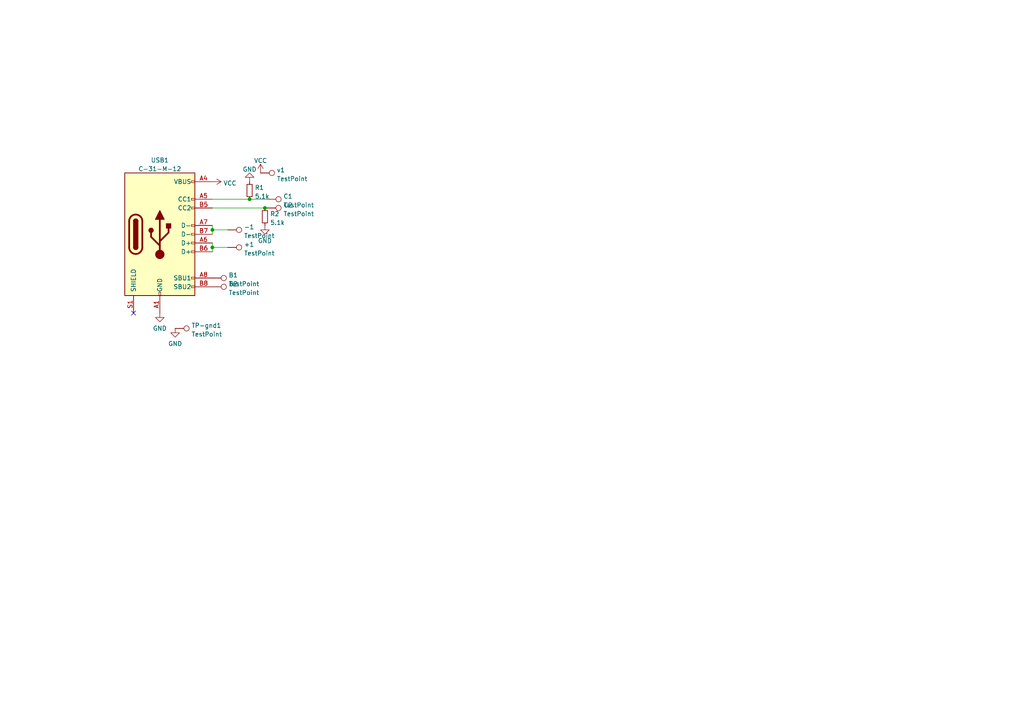
<source format=kicad_sch>
(kicad_sch (version 20211123) (generator eeschema)

  (uuid e63e39d7-6ac0-4ffd-8aa3-1841a4541b55)

  (paper "A4")

  (lib_symbols
    (symbol "Connector:TestPoint" (pin_numbers hide) (pin_names (offset 0.762) hide) (in_bom yes) (on_board yes)
      (property "Reference" "TP" (id 0) (at 0 6.858 0)
        (effects (font (size 1.27 1.27)))
      )
      (property "Value" "TestPoint" (id 1) (at 0 5.08 0)
        (effects (font (size 1.27 1.27)))
      )
      (property "Footprint" "" (id 2) (at 5.08 0 0)
        (effects (font (size 1.27 1.27)) hide)
      )
      (property "Datasheet" "~" (id 3) (at 5.08 0 0)
        (effects (font (size 1.27 1.27)) hide)
      )
      (property "ki_keywords" "test point tp" (id 4) (at 0 0 0)
        (effects (font (size 1.27 1.27)) hide)
      )
      (property "ki_description" "test point" (id 5) (at 0 0 0)
        (effects (font (size 1.27 1.27)) hide)
      )
      (property "ki_fp_filters" "Pin* Test*" (id 6) (at 0 0 0)
        (effects (font (size 1.27 1.27)) hide)
      )
      (symbol "TestPoint_0_1"
        (circle (center 0 3.302) (radius 0.762)
          (stroke (width 0) (type default) (color 0 0 0 0))
          (fill (type none))
        )
      )
      (symbol "TestPoint_1_1"
        (pin passive line (at 0 0 90) (length 2.54)
          (name "1" (effects (font (size 1.27 1.27))))
          (number "1" (effects (font (size 1.27 1.27))))
        )
      )
    )
    (symbol "Connector:USB_C_Receptacle_USB2.0" (pin_names (offset 1.016)) (in_bom yes) (on_board yes)
      (property "Reference" "J" (id 0) (at -10.16 19.05 0)
        (effects (font (size 1.27 1.27)) (justify left))
      )
      (property "Value" "USB_C_Receptacle_USB2.0" (id 1) (at 19.05 19.05 0)
        (effects (font (size 1.27 1.27)) (justify right))
      )
      (property "Footprint" "" (id 2) (at 3.81 0 0)
        (effects (font (size 1.27 1.27)) hide)
      )
      (property "Datasheet" "https://www.usb.org/sites/default/files/documents/usb_type-c.zip" (id 3) (at 3.81 0 0)
        (effects (font (size 1.27 1.27)) hide)
      )
      (property "ki_keywords" "usb universal serial bus type-C USB2.0" (id 4) (at 0 0 0)
        (effects (font (size 1.27 1.27)) hide)
      )
      (property "ki_description" "USB 2.0-only Type-C Receptacle connector" (id 5) (at 0 0 0)
        (effects (font (size 1.27 1.27)) hide)
      )
      (property "ki_fp_filters" "USB*C*Receptacle*" (id 6) (at 0 0 0)
        (effects (font (size 1.27 1.27)) hide)
      )
      (symbol "USB_C_Receptacle_USB2.0_0_0"
        (rectangle (start -0.254 -17.78) (end 0.254 -16.764)
          (stroke (width 0) (type default) (color 0 0 0 0))
          (fill (type none))
        )
        (rectangle (start 10.16 -14.986) (end 9.144 -15.494)
          (stroke (width 0) (type default) (color 0 0 0 0))
          (fill (type none))
        )
        (rectangle (start 10.16 -12.446) (end 9.144 -12.954)
          (stroke (width 0) (type default) (color 0 0 0 0))
          (fill (type none))
        )
        (rectangle (start 10.16 -4.826) (end 9.144 -5.334)
          (stroke (width 0) (type default) (color 0 0 0 0))
          (fill (type none))
        )
        (rectangle (start 10.16 -2.286) (end 9.144 -2.794)
          (stroke (width 0) (type default) (color 0 0 0 0))
          (fill (type none))
        )
        (rectangle (start 10.16 0.254) (end 9.144 -0.254)
          (stroke (width 0) (type default) (color 0 0 0 0))
          (fill (type none))
        )
        (rectangle (start 10.16 2.794) (end 9.144 2.286)
          (stroke (width 0) (type default) (color 0 0 0 0))
          (fill (type none))
        )
        (rectangle (start 10.16 7.874) (end 9.144 7.366)
          (stroke (width 0) (type default) (color 0 0 0 0))
          (fill (type none))
        )
        (rectangle (start 10.16 10.414) (end 9.144 9.906)
          (stroke (width 0) (type default) (color 0 0 0 0))
          (fill (type none))
        )
        (rectangle (start 10.16 15.494) (end 9.144 14.986)
          (stroke (width 0) (type default) (color 0 0 0 0))
          (fill (type none))
        )
      )
      (symbol "USB_C_Receptacle_USB2.0_0_1"
        (rectangle (start -10.16 17.78) (end 10.16 -17.78)
          (stroke (width 0.254) (type default) (color 0 0 0 0))
          (fill (type background))
        )
        (arc (start -8.89 -3.81) (mid -6.985 -5.715) (end -5.08 -3.81)
          (stroke (width 0.508) (type default) (color 0 0 0 0))
          (fill (type none))
        )
        (arc (start -7.62 -3.81) (mid -6.985 -4.445) (end -6.35 -3.81)
          (stroke (width 0.254) (type default) (color 0 0 0 0))
          (fill (type none))
        )
        (arc (start -7.62 -3.81) (mid -6.985 -4.445) (end -6.35 -3.81)
          (stroke (width 0.254) (type default) (color 0 0 0 0))
          (fill (type outline))
        )
        (rectangle (start -7.62 -3.81) (end -6.35 3.81)
          (stroke (width 0.254) (type default) (color 0 0 0 0))
          (fill (type outline))
        )
        (arc (start -6.35 3.81) (mid -6.985 4.445) (end -7.62 3.81)
          (stroke (width 0.254) (type default) (color 0 0 0 0))
          (fill (type none))
        )
        (arc (start -6.35 3.81) (mid -6.985 4.445) (end -7.62 3.81)
          (stroke (width 0.254) (type default) (color 0 0 0 0))
          (fill (type outline))
        )
        (arc (start -5.08 3.81) (mid -6.985 5.715) (end -8.89 3.81)
          (stroke (width 0.508) (type default) (color 0 0 0 0))
          (fill (type none))
        )
        (circle (center -2.54 1.143) (radius 0.635)
          (stroke (width 0.254) (type default) (color 0 0 0 0))
          (fill (type outline))
        )
        (circle (center 0 -5.842) (radius 1.27)
          (stroke (width 0) (type default) (color 0 0 0 0))
          (fill (type outline))
        )
        (polyline
          (pts
            (xy -8.89 -3.81)
            (xy -8.89 3.81)
          )
          (stroke (width 0.508) (type default) (color 0 0 0 0))
          (fill (type none))
        )
        (polyline
          (pts
            (xy -5.08 3.81)
            (xy -5.08 -3.81)
          )
          (stroke (width 0.508) (type default) (color 0 0 0 0))
          (fill (type none))
        )
        (polyline
          (pts
            (xy 0 -5.842)
            (xy 0 4.318)
          )
          (stroke (width 0.508) (type default) (color 0 0 0 0))
          (fill (type none))
        )
        (polyline
          (pts
            (xy 0 -3.302)
            (xy -2.54 -0.762)
            (xy -2.54 0.508)
          )
          (stroke (width 0.508) (type default) (color 0 0 0 0))
          (fill (type none))
        )
        (polyline
          (pts
            (xy 0 -2.032)
            (xy 2.54 0.508)
            (xy 2.54 1.778)
          )
          (stroke (width 0.508) (type default) (color 0 0 0 0))
          (fill (type none))
        )
        (polyline
          (pts
            (xy -1.27 4.318)
            (xy 0 6.858)
            (xy 1.27 4.318)
            (xy -1.27 4.318)
          )
          (stroke (width 0.254) (type default) (color 0 0 0 0))
          (fill (type outline))
        )
        (rectangle (start 1.905 1.778) (end 3.175 3.048)
          (stroke (width 0.254) (type default) (color 0 0 0 0))
          (fill (type outline))
        )
      )
      (symbol "USB_C_Receptacle_USB2.0_1_1"
        (pin passive line (at 0 -22.86 90) (length 5.08)
          (name "GND" (effects (font (size 1.27 1.27))))
          (number "A1" (effects (font (size 1.27 1.27))))
        )
        (pin passive line (at 0 -22.86 90) (length 5.08) hide
          (name "GND" (effects (font (size 1.27 1.27))))
          (number "A12" (effects (font (size 1.27 1.27))))
        )
        (pin passive line (at 15.24 15.24 180) (length 5.08)
          (name "VBUS" (effects (font (size 1.27 1.27))))
          (number "A4" (effects (font (size 1.27 1.27))))
        )
        (pin bidirectional line (at 15.24 10.16 180) (length 5.08)
          (name "CC1" (effects (font (size 1.27 1.27))))
          (number "A5" (effects (font (size 1.27 1.27))))
        )
        (pin bidirectional line (at 15.24 -2.54 180) (length 5.08)
          (name "D+" (effects (font (size 1.27 1.27))))
          (number "A6" (effects (font (size 1.27 1.27))))
        )
        (pin bidirectional line (at 15.24 2.54 180) (length 5.08)
          (name "D-" (effects (font (size 1.27 1.27))))
          (number "A7" (effects (font (size 1.27 1.27))))
        )
        (pin bidirectional line (at 15.24 -12.7 180) (length 5.08)
          (name "SBU1" (effects (font (size 1.27 1.27))))
          (number "A8" (effects (font (size 1.27 1.27))))
        )
        (pin passive line (at 15.24 15.24 180) (length 5.08) hide
          (name "VBUS" (effects (font (size 1.27 1.27))))
          (number "A9" (effects (font (size 1.27 1.27))))
        )
        (pin passive line (at 0 -22.86 90) (length 5.08) hide
          (name "GND" (effects (font (size 1.27 1.27))))
          (number "B1" (effects (font (size 1.27 1.27))))
        )
        (pin passive line (at 0 -22.86 90) (length 5.08) hide
          (name "GND" (effects (font (size 1.27 1.27))))
          (number "B12" (effects (font (size 1.27 1.27))))
        )
        (pin passive line (at 15.24 15.24 180) (length 5.08) hide
          (name "VBUS" (effects (font (size 1.27 1.27))))
          (number "B4" (effects (font (size 1.27 1.27))))
        )
        (pin bidirectional line (at 15.24 7.62 180) (length 5.08)
          (name "CC2" (effects (font (size 1.27 1.27))))
          (number "B5" (effects (font (size 1.27 1.27))))
        )
        (pin bidirectional line (at 15.24 -5.08 180) (length 5.08)
          (name "D+" (effects (font (size 1.27 1.27))))
          (number "B6" (effects (font (size 1.27 1.27))))
        )
        (pin bidirectional line (at 15.24 0 180) (length 5.08)
          (name "D-" (effects (font (size 1.27 1.27))))
          (number "B7" (effects (font (size 1.27 1.27))))
        )
        (pin bidirectional line (at 15.24 -15.24 180) (length 5.08)
          (name "SBU2" (effects (font (size 1.27 1.27))))
          (number "B8" (effects (font (size 1.27 1.27))))
        )
        (pin passive line (at 15.24 15.24 180) (length 5.08) hide
          (name "VBUS" (effects (font (size 1.27 1.27))))
          (number "B9" (effects (font (size 1.27 1.27))))
        )
        (pin passive line (at -7.62 -22.86 90) (length 5.08)
          (name "SHIELD" (effects (font (size 1.27 1.27))))
          (number "S1" (effects (font (size 1.27 1.27))))
        )
      )
    )
    (symbol "Device:R_Small" (pin_numbers hide) (pin_names (offset 0.254) hide) (in_bom yes) (on_board yes)
      (property "Reference" "R" (id 0) (at 0.762 0.508 0)
        (effects (font (size 1.27 1.27)) (justify left))
      )
      (property "Value" "R_Small" (id 1) (at 0.762 -1.016 0)
        (effects (font (size 1.27 1.27)) (justify left))
      )
      (property "Footprint" "" (id 2) (at 0 0 0)
        (effects (font (size 1.27 1.27)) hide)
      )
      (property "Datasheet" "~" (id 3) (at 0 0 0)
        (effects (font (size 1.27 1.27)) hide)
      )
      (property "ki_keywords" "R resistor" (id 4) (at 0 0 0)
        (effects (font (size 1.27 1.27)) hide)
      )
      (property "ki_description" "Resistor, small symbol" (id 5) (at 0 0 0)
        (effects (font (size 1.27 1.27)) hide)
      )
      (property "ki_fp_filters" "R_*" (id 6) (at 0 0 0)
        (effects (font (size 1.27 1.27)) hide)
      )
      (symbol "R_Small_0_1"
        (rectangle (start -0.762 1.778) (end 0.762 -1.778)
          (stroke (width 0.2032) (type default) (color 0 0 0 0))
          (fill (type none))
        )
      )
      (symbol "R_Small_1_1"
        (pin passive line (at 0 2.54 270) (length 0.762)
          (name "~" (effects (font (size 1.27 1.27))))
          (number "1" (effects (font (size 1.27 1.27))))
        )
        (pin passive line (at 0 -2.54 90) (length 0.762)
          (name "~" (effects (font (size 1.27 1.27))))
          (number "2" (effects (font (size 1.27 1.27))))
        )
      )
    )
    (symbol "power:GND" (power) (pin_names (offset 0)) (in_bom yes) (on_board yes)
      (property "Reference" "#PWR" (id 0) (at 0 -6.35 0)
        (effects (font (size 1.27 1.27)) hide)
      )
      (property "Value" "GND" (id 1) (at 0 -3.81 0)
        (effects (font (size 1.27 1.27)))
      )
      (property "Footprint" "" (id 2) (at 0 0 0)
        (effects (font (size 1.27 1.27)) hide)
      )
      (property "Datasheet" "" (id 3) (at 0 0 0)
        (effects (font (size 1.27 1.27)) hide)
      )
      (property "ki_keywords" "power-flag" (id 4) (at 0 0 0)
        (effects (font (size 1.27 1.27)) hide)
      )
      (property "ki_description" "Power symbol creates a global label with name \"GND\" , ground" (id 5) (at 0 0 0)
        (effects (font (size 1.27 1.27)) hide)
      )
      (symbol "GND_0_1"
        (polyline
          (pts
            (xy 0 0)
            (xy 0 -1.27)
            (xy 1.27 -1.27)
            (xy 0 -2.54)
            (xy -1.27 -1.27)
            (xy 0 -1.27)
          )
          (stroke (width 0) (type default) (color 0 0 0 0))
          (fill (type none))
        )
      )
      (symbol "GND_1_1"
        (pin power_in line (at 0 0 270) (length 0) hide
          (name "GND" (effects (font (size 1.27 1.27))))
          (number "1" (effects (font (size 1.27 1.27))))
        )
      )
    )
    (symbol "power:VCC" (power) (pin_names (offset 0)) (in_bom yes) (on_board yes)
      (property "Reference" "#PWR" (id 0) (at 0 -3.81 0)
        (effects (font (size 1.27 1.27)) hide)
      )
      (property "Value" "VCC" (id 1) (at 0 3.81 0)
        (effects (font (size 1.27 1.27)))
      )
      (property "Footprint" "" (id 2) (at 0 0 0)
        (effects (font (size 1.27 1.27)) hide)
      )
      (property "Datasheet" "" (id 3) (at 0 0 0)
        (effects (font (size 1.27 1.27)) hide)
      )
      (property "ki_keywords" "power-flag" (id 4) (at 0 0 0)
        (effects (font (size 1.27 1.27)) hide)
      )
      (property "ki_description" "Power symbol creates a global label with name \"VCC\"" (id 5) (at 0 0 0)
        (effects (font (size 1.27 1.27)) hide)
      )
      (symbol "VCC_0_1"
        (polyline
          (pts
            (xy -0.762 1.27)
            (xy 0 2.54)
          )
          (stroke (width 0) (type default) (color 0 0 0 0))
          (fill (type none))
        )
        (polyline
          (pts
            (xy 0 0)
            (xy 0 2.54)
          )
          (stroke (width 0) (type default) (color 0 0 0 0))
          (fill (type none))
        )
        (polyline
          (pts
            (xy 0 2.54)
            (xy 0.762 1.27)
          )
          (stroke (width 0) (type default) (color 0 0 0 0))
          (fill (type none))
        )
      )
      (symbol "VCC_1_1"
        (pin power_in line (at 0 0 90) (length 0) hide
          (name "VCC" (effects (font (size 1.27 1.27))))
          (number "1" (effects (font (size 1.27 1.27))))
        )
      )
    )
  )

  (junction (at 61.595 71.755) (diameter 0) (color 0 0 0 0)
    (uuid 24e44319-9804-4478-81ef-a119463b8a1b)
  )
  (junction (at 72.39 57.785) (diameter 0) (color 0 0 0 0)
    (uuid 4c5cc26b-a96f-49b7-b2c9-db4ae0d4ab51)
  )
  (junction (at 61.595 66.675) (diameter 0) (color 0 0 0 0)
    (uuid 81e7a2db-4514-4d9e-ab04-395eb1c3f32a)
  )
  (junction (at 76.835 60.325) (diameter 0) (color 0 0 0 0)
    (uuid f2c03d02-6689-4b9e-bac9-c9244572f3e2)
  )

  (no_connect (at 38.735 90.805) (uuid 7fc608db-1df7-438c-8478-60ec240f9b4d))

  (wire (pts (xy 61.595 57.785) (xy 72.39 57.785))
    (stroke (width 0) (type default) (color 0 0 0 0))
    (uuid 0c029347-f6a0-49a4-96c0-0365a0ed1131)
  )
  (wire (pts (xy 72.39 57.785) (xy 77.47 57.785))
    (stroke (width 0) (type default) (color 0 0 0 0))
    (uuid 13a59c5e-6171-44b2-8f28-5654bdbaf8e2)
  )
  (wire (pts (xy 76.835 60.325) (xy 77.47 60.325))
    (stroke (width 0) (type default) (color 0 0 0 0))
    (uuid 1c0bbf75-df11-4443-8c89-daf23d7dce8e)
  )
  (wire (pts (xy 61.595 65.405) (xy 61.595 66.675))
    (stroke (width 0) (type default) (color 0 0 0 0))
    (uuid 2503b28f-4838-4fcc-8bd5-f1cd77731adf)
  )
  (wire (pts (xy 61.595 70.485) (xy 61.595 71.755))
    (stroke (width 0) (type default) (color 0 0 0 0))
    (uuid 25153526-d635-45ed-a23f-bd30a733e05d)
  )
  (wire (pts (xy 61.595 71.755) (xy 66.04 71.755))
    (stroke (width 0) (type default) (color 0 0 0 0))
    (uuid 2d6f8c53-c2ae-4f2d-88e8-351c4cb83401)
  )
  (wire (pts (xy 61.595 60.325) (xy 76.835 60.325))
    (stroke (width 0) (type default) (color 0 0 0 0))
    (uuid 357f5330-82c5-405d-976d-33ae8895d017)
  )
  (wire (pts (xy 61.595 66.675) (xy 61.595 67.945))
    (stroke (width 0) (type default) (color 0 0 0 0))
    (uuid 9b7fc178-1588-4ad2-9ee6-c2d184dd0fe1)
  )
  (wire (pts (xy 61.595 66.675) (xy 66.04 66.675))
    (stroke (width 0) (type default) (color 0 0 0 0))
    (uuid afb11357-1c53-4a8e-9b7f-b8995b3d515b)
  )
  (wire (pts (xy 61.595 71.755) (xy 61.595 73.025))
    (stroke (width 0) (type default) (color 0 0 0 0))
    (uuid d1c198c4-8fa6-4ce6-810c-8865773a8460)
  )

  (symbol (lib_id "power:GND") (at 50.8 95.25 0) (unit 1)
    (in_bom yes) (on_board yes) (fields_autoplaced)
    (uuid 03fa2831-a4b3-404e-9b18-cb8c8e089030)
    (property "Reference" "#PWR06" (id 0) (at 50.8 101.6 0)
      (effects (font (size 1.27 1.27)) hide)
    )
    (property "Value" "GND" (id 1) (at 50.8 99.6934 0))
    (property "Footprint" "" (id 2) (at 50.8 95.25 0)
      (effects (font (size 1.27 1.27)) hide)
    )
    (property "Datasheet" "" (id 3) (at 50.8 95.25 0)
      (effects (font (size 1.27 1.27)) hide)
    )
    (pin "1" (uuid 1683d2a0-e2a4-40d6-bf49-8a4616471f9f))
  )

  (symbol (lib_id "Connector:TestPoint") (at 61.595 80.645 270) (unit 1)
    (in_bom yes) (on_board yes) (fields_autoplaced)
    (uuid 040f88ce-dc38-4891-b479-2af8de8cfe2f)
    (property "Reference" "B1" (id 0) (at 66.294 79.8103 90)
      (effects (font (size 1.27 1.27)) (justify left))
    )
    (property "Value" "" (id 1) (at 66.294 82.3472 90)
      (effects (font (size 1.27 1.27)) (justify left))
    )
    (property "Footprint" "" (id 2) (at 61.595 85.725 0)
      (effects (font (size 1.27 1.27)) hide)
    )
    (property "Datasheet" "~" (id 3) (at 61.595 85.725 0)
      (effects (font (size 1.27 1.27)) hide)
    )
    (pin "1" (uuid 1d22cbde-7365-4fb4-b8a1-f3aec9b255f9))
  )

  (symbol (lib_id "Connector:TestPoint") (at 75.565 50.165 270) (unit 1)
    (in_bom yes) (on_board yes) (fields_autoplaced)
    (uuid 0d2c04b7-7e41-49c2-b069-ddc05d8b36e3)
    (property "Reference" "v1" (id 0) (at 80.264 49.3303 90)
      (effects (font (size 1.27 1.27)) (justify left))
    )
    (property "Value" "TestPoint" (id 1) (at 80.264 51.8672 90)
      (effects (font (size 1.27 1.27)) (justify left))
    )
    (property "Footprint" "TestPoint:TestPoint_Pad_2.0x2.0mm" (id 2) (at 75.565 55.245 0)
      (effects (font (size 1.27 1.27)) hide)
    )
    (property "Datasheet" "~" (id 3) (at 75.565 55.245 0)
      (effects (font (size 1.27 1.27)) hide)
    )
    (pin "1" (uuid bff59cf0-9a34-4e75-afb3-4439df6aff85))
  )

  (symbol (lib_id "power:GND") (at 46.355 90.805 0) (unit 1)
    (in_bom yes) (on_board yes) (fields_autoplaced)
    (uuid 28ce41bc-9df6-4fd2-a7c0-7b88a103d2db)
    (property "Reference" "#PWR05" (id 0) (at 46.355 97.155 0)
      (effects (font (size 1.27 1.27)) hide)
    )
    (property "Value" "GND" (id 1) (at 46.355 95.2484 0))
    (property "Footprint" "" (id 2) (at 46.355 90.805 0)
      (effects (font (size 1.27 1.27)) hide)
    )
    (property "Datasheet" "" (id 3) (at 46.355 90.805 0)
      (effects (font (size 1.27 1.27)) hide)
    )
    (pin "1" (uuid fd758cad-e0d7-4141-bc52-0b1a72d4a012))
  )

  (symbol (lib_id "power:GND") (at 72.39 52.705 180) (unit 1)
    (in_bom yes) (on_board yes) (fields_autoplaced)
    (uuid 292e30b7-070f-4393-a372-d10721397159)
    (property "Reference" "#PWR03" (id 0) (at 72.39 46.355 0)
      (effects (font (size 1.27 1.27)) hide)
    )
    (property "Value" "GND" (id 1) (at 72.39 49.1292 0))
    (property "Footprint" "" (id 2) (at 72.39 52.705 0)
      (effects (font (size 1.27 1.27)) hide)
    )
    (property "Datasheet" "" (id 3) (at 72.39 52.705 0)
      (effects (font (size 1.27 1.27)) hide)
    )
    (pin "1" (uuid 7cb0ea24-6d9e-4318-92aa-1794be9a3752))
  )

  (symbol (lib_id "Connector:USB_C_Receptacle_USB2.0") (at 46.355 67.945 0) (unit 1)
    (in_bom yes) (on_board yes) (fields_autoplaced)
    (uuid 44cd273f-f3a1-4b9a-83a6-972b276409e1)
    (property "Reference" "USB1" (id 0) (at 46.355 46.4652 0))
    (property "Value" "C-31-M-12" (id 1) (at 46.355 49.0021 0))
    (property "Footprint" "Connector_USB:USB_C_Receptacle_HRO_TYPE-C-31-M-12" (id 2) (at 50.165 67.945 0)
      (effects (font (size 1.27 1.27)) hide)
    )
    (property "Datasheet" "https://www.usb.org/sites/default/files/documents/usb_type-c.zip" (id 3) (at 50.165 67.945 0)
      (effects (font (size 1.27 1.27)) hide)
    )
    (pin "A1" (uuid 199ade13-7442-4da9-8eea-a8e7681e2aee))
    (pin "A12" (uuid b8381d48-3c5b-401b-ac19-279d8173864c))
    (pin "A4" (uuid b4856fa9-d711-4b3f-8ccf-343375c62dce))
    (pin "A5" (uuid 48a8c1f5-4bcb-4560-9762-44aaefee4419))
    (pin "A6" (uuid 5da0928a-9939-439c-bcbe-74de097058a8))
    (pin "A7" (uuid bca99a8e-598f-436a-9158-7a050d1f7ca4))
    (pin "A8" (uuid f0f3907b-44e3-4106-9f24-d8ce836b6bb0))
    (pin "A9" (uuid 0e1c6bbc-4cc4-4ce9-b48a-8292bb286da8))
    (pin "B1" (uuid cad44c02-7fd2-4e9a-b93a-e1b73d6a3ee6))
    (pin "B12" (uuid 1a9f0d73-6986-450b-8da5-dca8d718cd0d))
    (pin "B4" (uuid 1843d2c0-629c-44e7-8460-03ced60a2111))
    (pin "B5" (uuid 79bd7607-8381-4bff-b61a-a2c7ffa05fe5))
    (pin "B6" (uuid c0e13d91-53b7-4de6-8d61-7c13732113b8))
    (pin "B7" (uuid b7496a40-6116-4192-b413-2a22be4b5f9f))
    (pin "B8" (uuid f45c8190-2f27-434c-8fbf-7d8a911faaab))
    (pin "B9" (uuid 19d6a411-8997-491d-aace-09fdbc63404d))
    (pin "S1" (uuid 60ca4740-3009-4486-93d6-c2502818122b))
  )

  (symbol (lib_id "Connector:TestPoint") (at 77.47 60.325 270) (unit 1)
    (in_bom yes) (on_board yes) (fields_autoplaced)
    (uuid 59728763-18f8-4d65-9ae0-92b7e51ec644)
    (property "Reference" "C2" (id 0) (at 82.169 59.4903 90)
      (effects (font (size 1.27 1.27)) (justify left))
    )
    (property "Value" "" (id 1) (at 82.169 62.0272 90)
      (effects (font (size 1.27 1.27)) (justify left))
    )
    (property "Footprint" "" (id 2) (at 77.47 65.405 0)
      (effects (font (size 1.27 1.27)) hide)
    )
    (property "Datasheet" "~" (id 3) (at 77.47 65.405 0)
      (effects (font (size 1.27 1.27)) hide)
    )
    (pin "1" (uuid 1abd495b-1e4a-4d9a-847a-483f90decbb5))
  )

  (symbol (lib_id "Device:R_Small") (at 72.39 55.245 0) (unit 1)
    (in_bom yes) (on_board yes) (fields_autoplaced)
    (uuid 9371f427-8812-4e4e-8a9c-d13e59951e37)
    (property "Reference" "R1" (id 0) (at 73.8886 54.4103 0)
      (effects (font (size 1.27 1.27)) (justify left))
    )
    (property "Value" "5.1k" (id 1) (at 73.8886 56.9472 0)
      (effects (font (size 1.27 1.27)) (justify left))
    )
    (property "Footprint" "" (id 2) (at 72.39 55.245 0)
      (effects (font (size 1.27 1.27)) hide)
    )
    (property "Datasheet" "~" (id 3) (at 72.39 55.245 0)
      (effects (font (size 1.27 1.27)) hide)
    )
    (pin "1" (uuid c936705c-a2cb-4c47-ade0-0de86d47216a))
    (pin "2" (uuid b0ee6410-8260-4442-91be-54b4f3dab3dc))
  )

  (symbol (lib_id "Connector:TestPoint") (at 61.595 83.185 270) (unit 1)
    (in_bom yes) (on_board yes) (fields_autoplaced)
    (uuid 9a24355c-1340-4dcd-8b44-c526e8337111)
    (property "Reference" "B2" (id 0) (at 66.294 82.3503 90)
      (effects (font (size 1.27 1.27)) (justify left))
    )
    (property "Value" "" (id 1) (at 66.294 84.8872 90)
      (effects (font (size 1.27 1.27)) (justify left))
    )
    (property "Footprint" "" (id 2) (at 61.595 88.265 0)
      (effects (font (size 1.27 1.27)) hide)
    )
    (property "Datasheet" "~" (id 3) (at 61.595 88.265 0)
      (effects (font (size 1.27 1.27)) hide)
    )
    (pin "1" (uuid d241186e-2a0a-4308-b90c-19318561c5c1))
  )

  (symbol (lib_id "power:VCC") (at 75.565 50.165 0) (unit 1)
    (in_bom yes) (on_board yes) (fields_autoplaced)
    (uuid 9d08af93-9aee-4f62-b842-ecf2c8b519a3)
    (property "Reference" "#PWR01" (id 0) (at 75.565 53.975 0)
      (effects (font (size 1.27 1.27)) hide)
    )
    (property "Value" "VCC" (id 1) (at 75.565 46.5892 0))
    (property "Footprint" "" (id 2) (at 75.565 50.165 0)
      (effects (font (size 1.27 1.27)) hide)
    )
    (property "Datasheet" "" (id 3) (at 75.565 50.165 0)
      (effects (font (size 1.27 1.27)) hide)
    )
    (pin "1" (uuid e9fcf1aa-31df-491c-8bb3-039d180f20f1))
  )

  (symbol (lib_id "Connector:TestPoint") (at 66.04 66.675 270) (unit 1)
    (in_bom yes) (on_board yes) (fields_autoplaced)
    (uuid a016e5c0-9b3f-4d3c-b430-56540ae1ff9a)
    (property "Reference" "-1" (id 0) (at 70.739 65.8403 90)
      (effects (font (size 1.27 1.27)) (justify left))
    )
    (property "Value" "TestPoint" (id 1) (at 70.739 68.3772 90)
      (effects (font (size 1.27 1.27)) (justify left))
    )
    (property "Footprint" "TestPoint:TestPoint_Pad_2.0x2.0mm" (id 2) (at 66.04 71.755 0)
      (effects (font (size 1.27 1.27)) hide)
    )
    (property "Datasheet" "~" (id 3) (at 66.04 71.755 0)
      (effects (font (size 1.27 1.27)) hide)
    )
    (pin "1" (uuid 2087fd52-c9c9-4e29-8c7f-712cfb94a745))
  )

  (symbol (lib_id "Connector:TestPoint") (at 77.47 57.785 270) (unit 1)
    (in_bom yes) (on_board yes) (fields_autoplaced)
    (uuid bc880642-1ddf-43b4-b040-09f38f971a33)
    (property "Reference" "C1" (id 0) (at 82.169 56.9503 90)
      (effects (font (size 1.27 1.27)) (justify left))
    )
    (property "Value" "TestPoint" (id 1) (at 82.169 59.4872 90)
      (effects (font (size 1.27 1.27)) (justify left))
    )
    (property "Footprint" "TestPoint:TestPoint_Pad_2.0x2.0mm" (id 2) (at 77.47 62.865 0)
      (effects (font (size 1.27 1.27)) hide)
    )
    (property "Datasheet" "~" (id 3) (at 77.47 62.865 0)
      (effects (font (size 1.27 1.27)) hide)
    )
    (pin "1" (uuid 8b739d59-f88d-4efb-86fa-47e563b09a81))
  )

  (symbol (lib_id "power:VCC") (at 61.595 52.705 270) (unit 1)
    (in_bom yes) (on_board yes) (fields_autoplaced)
    (uuid c0b496dd-271f-4291-967f-f7d244b50133)
    (property "Reference" "#PWR02" (id 0) (at 57.785 52.705 0)
      (effects (font (size 1.27 1.27)) hide)
    )
    (property "Value" "VCC" (id 1) (at 64.77 53.1388 90)
      (effects (font (size 1.27 1.27)) (justify left))
    )
    (property "Footprint" "" (id 2) (at 61.595 52.705 0)
      (effects (font (size 1.27 1.27)) hide)
    )
    (property "Datasheet" "" (id 3) (at 61.595 52.705 0)
      (effects (font (size 1.27 1.27)) hide)
    )
    (pin "1" (uuid 95bb4a3c-7bc8-41c0-a9a6-4aadacd9452d))
  )

  (symbol (lib_id "power:GND") (at 76.835 65.405 0) (unit 1)
    (in_bom yes) (on_board yes) (fields_autoplaced)
    (uuid c1e71414-85af-4e20-9441-d867a3a0934c)
    (property "Reference" "#PWR04" (id 0) (at 76.835 71.755 0)
      (effects (font (size 1.27 1.27)) hide)
    )
    (property "Value" "GND" (id 1) (at 76.835 69.8484 0))
    (property "Footprint" "" (id 2) (at 76.835 65.405 0)
      (effects (font (size 1.27 1.27)) hide)
    )
    (property "Datasheet" "" (id 3) (at 76.835 65.405 0)
      (effects (font (size 1.27 1.27)) hide)
    )
    (pin "1" (uuid e80da2eb-493a-49e4-9db8-a65f61b491a6))
  )

  (symbol (lib_id "Device:R_Small") (at 76.835 62.865 0) (unit 1)
    (in_bom yes) (on_board yes) (fields_autoplaced)
    (uuid e6323ba4-9d72-4848-b946-f8b97a3e5cfd)
    (property "Reference" "R2" (id 0) (at 78.3336 62.0303 0)
      (effects (font (size 1.27 1.27)) (justify left))
    )
    (property "Value" "5.1k" (id 1) (at 78.3336 64.5672 0)
      (effects (font (size 1.27 1.27)) (justify left))
    )
    (property "Footprint" "" (id 2) (at 76.835 62.865 0)
      (effects (font (size 1.27 1.27)) hide)
    )
    (property "Datasheet" "~" (id 3) (at 76.835 62.865 0)
      (effects (font (size 1.27 1.27)) hide)
    )
    (pin "1" (uuid 601e3a22-eb0c-42de-95ec-980585c4d798))
    (pin "2" (uuid 1c1abc93-b44d-4ee3-9ae5-ed6e32c673e1))
  )

  (symbol (lib_id "Connector:TestPoint") (at 66.04 71.755 270) (unit 1)
    (in_bom yes) (on_board yes) (fields_autoplaced)
    (uuid ed108bd1-a662-4d53-b53b-412d762a3eeb)
    (property "Reference" "+1" (id 0) (at 70.739 70.9203 90)
      (effects (font (size 1.27 1.27)) (justify left))
    )
    (property "Value" "" (id 1) (at 70.739 73.4572 90)
      (effects (font (size 1.27 1.27)) (justify left))
    )
    (property "Footprint" "" (id 2) (at 66.04 76.835 0)
      (effects (font (size 1.27 1.27)) hide)
    )
    (property "Datasheet" "~" (id 3) (at 66.04 76.835 0)
      (effects (font (size 1.27 1.27)) hide)
    )
    (pin "1" (uuid 681d1a4e-6c94-474f-8218-13282fb569eb))
  )

  (symbol (lib_id "Connector:TestPoint") (at 50.8 95.25 270) (unit 1)
    (in_bom yes) (on_board yes) (fields_autoplaced)
    (uuid f06e6b01-b7fe-465d-a080-7a947f0af6d0)
    (property "Reference" "TP-gnd1" (id 0) (at 55.499 94.4153 90)
      (effects (font (size 1.27 1.27)) (justify left))
    )
    (property "Value" "TestPoint" (id 1) (at 55.499 96.9522 90)
      (effects (font (size 1.27 1.27)) (justify left))
    )
    (property "Footprint" "TestPoint:TestPoint_Pad_2.0x2.0mm" (id 2) (at 50.8 100.33 0)
      (effects (font (size 1.27 1.27)) hide)
    )
    (property "Datasheet" "~" (id 3) (at 50.8 100.33 0)
      (effects (font (size 1.27 1.27)) hide)
    )
    (pin "1" (uuid b3f3b826-ad37-4009-a80e-3d8374cc0c38))
  )

  (sheet_instances
    (path "/" (page "1"))
  )

  (symbol_instances
    (path "/9d08af93-9aee-4f62-b842-ecf2c8b519a3"
      (reference "#PWR01") (unit 1) (value "VCC") (footprint "")
    )
    (path "/c0b496dd-271f-4291-967f-f7d244b50133"
      (reference "#PWR02") (unit 1) (value "VCC") (footprint "")
    )
    (path "/292e30b7-070f-4393-a372-d10721397159"
      (reference "#PWR03") (unit 1) (value "GND") (footprint "")
    )
    (path "/c1e71414-85af-4e20-9441-d867a3a0934c"
      (reference "#PWR04") (unit 1) (value "GND") (footprint "")
    )
    (path "/28ce41bc-9df6-4fd2-a7c0-7b88a103d2db"
      (reference "#PWR05") (unit 1) (value "GND") (footprint "")
    )
    (path "/03fa2831-a4b3-404e-9b18-cb8c8e089030"
      (reference "#PWR06") (unit 1) (value "GND") (footprint "")
    )
    (path "/ed108bd1-a662-4d53-b53b-412d762a3eeb"
      (reference "+1") (unit 1) (value "TestPoint") (footprint "TestPoint:TestPoint_Pad_2.0x2.0mm")
    )
    (path "/a016e5c0-9b3f-4d3c-b430-56540ae1ff9a"
      (reference "-1") (unit 1) (value "TestPoint") (footprint "TestPoint:TestPoint_Pad_2.0x2.0mm")
    )
    (path "/040f88ce-dc38-4891-b479-2af8de8cfe2f"
      (reference "B1") (unit 1) (value "TestPoint") (footprint "TestPoint:TestPoint_Pad_2.0x2.0mm")
    )
    (path "/9a24355c-1340-4dcd-8b44-c526e8337111"
      (reference "B2") (unit 1) (value "TestPoint") (footprint "TestPoint:TestPoint_Pad_2.0x2.0mm")
    )
    (path "/bc880642-1ddf-43b4-b040-09f38f971a33"
      (reference "C1") (unit 1) (value "TestPoint") (footprint "TestPoint:TestPoint_Pad_2.0x2.0mm")
    )
    (path "/59728763-18f8-4d65-9ae0-92b7e51ec644"
      (reference "C2") (unit 1) (value "TestPoint") (footprint "TestPoint:TestPoint_Pad_2.0x2.0mm")
    )
    (path "/9371f427-8812-4e4e-8a9c-d13e59951e37"
      (reference "R1") (unit 1) (value "5.1k") (footprint "Resistor_SMD:R_0402_1005Metric")
    )
    (path "/e6323ba4-9d72-4848-b946-f8b97a3e5cfd"
      (reference "R2") (unit 1) (value "5.1k") (footprint "Resistor_SMD:R_0402_1005Metric")
    )
    (path "/f06e6b01-b7fe-465d-a080-7a947f0af6d0"
      (reference "TP-gnd1") (unit 1) (value "TestPoint") (footprint "TestPoint:TestPoint_Pad_2.0x2.0mm")
    )
    (path "/44cd273f-f3a1-4b9a-83a6-972b276409e1"
      (reference "USB1") (unit 1) (value "C-31-M-12") (footprint "Connector_USB:USB_C_Receptacle_HRO_TYPE-C-31-M-12")
    )
    (path "/0d2c04b7-7e41-49c2-b069-ddc05d8b36e3"
      (reference "v1") (unit 1) (value "TestPoint") (footprint "TestPoint:TestPoint_Pad_2.0x2.0mm")
    )
  )
)

</source>
